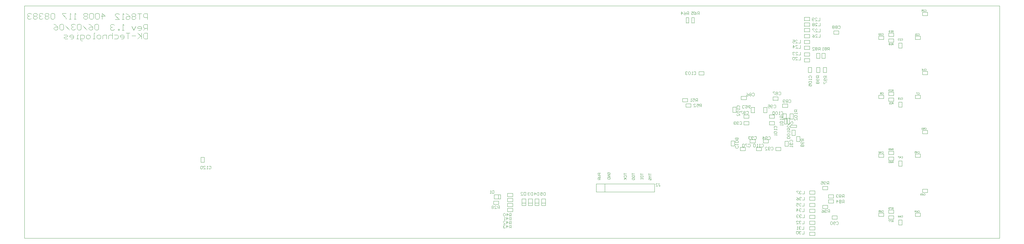
<source format=gbo>
*%FSLAX23Y23*%
*%MOIN*%
G01*
D11*
X4162Y8532D02*
X15879D01*
Y5737D02*
X4162D01*
X15879D02*
Y8532D01*
X4162D02*
Y5737D01*
D12*
X14983Y8480D02*
X14986Y8483D01*
X14993D01*
X14996Y8480D01*
Y8466D01*
X14993Y8463D01*
X14986D01*
X14983Y8466D01*
X14976Y8463D02*
X14963D01*
X14976D02*
X14963Y8476D01*
Y8480D01*
X14966Y8483D01*
X14973D01*
X14976Y8480D01*
X14956Y8483D02*
X14943D01*
X14956D02*
Y8473D01*
X14949Y8476D01*
X14946D01*
X14943Y8473D01*
Y8466D01*
X14946Y8463D01*
X14953D01*
X14956Y8466D01*
X14701Y8138D02*
X14698Y8135D01*
X14701Y8138D02*
X14708D01*
X14711Y8135D01*
Y8121D01*
X14708Y8118D01*
X14701D01*
X14698Y8121D01*
X14691Y8118D02*
X14678D01*
X14691D02*
X14678Y8131D01*
Y8135D01*
X14681Y8138D01*
X14688D01*
X14691Y8135D01*
X14671D02*
X14668Y8138D01*
X14661D01*
X14658Y8135D01*
Y8131D01*
X14659D01*
X14658D02*
X14659D01*
X14658D02*
X14659D01*
X14658D02*
X14661Y8128D01*
X14664D01*
X14661D01*
X14658Y8125D01*
Y8121D01*
X14661Y8118D01*
X14668D01*
X14671Y8121D01*
X14898Y8195D02*
X14901Y8198D01*
X14908D01*
X14911Y8195D01*
Y8181D01*
X14908Y8178D01*
X14901D01*
X14898Y8181D01*
X14891Y8178D02*
X14878D01*
X14891D02*
X14878Y8191D01*
Y8195D01*
X14881Y8198D01*
X14888D01*
X14891Y8195D01*
X14871Y8178D02*
X14864D01*
X14868D01*
Y8198D01*
X14869D01*
X14868D02*
X14871Y8195D01*
X14901Y7488D02*
X14898Y7485D01*
X14901Y7488D02*
X14908D01*
X14911Y7485D01*
Y7471D01*
X14908Y7468D01*
X14901D01*
X14898Y7471D01*
X14891Y7488D02*
X14878D01*
Y7485D01*
X14891Y7471D01*
Y7468D01*
X14701Y7428D02*
X14698Y7425D01*
X14701Y7428D02*
X14708D01*
X14711Y7425D01*
Y7411D01*
X14708Y7408D01*
X14701D01*
X14698Y7411D01*
X14691Y7408D02*
X14684D01*
X14688D01*
Y7428D01*
X14689D01*
X14688D02*
X14691Y7425D01*
X14674Y7428D02*
X14661D01*
X14674D02*
Y7418D01*
X14668Y7421D01*
X14664D01*
X14661Y7418D01*
Y7411D01*
X14664Y7408D01*
X14671D01*
X14674Y7411D01*
X14983Y7770D02*
X14986Y7773D01*
X14993D01*
X14996Y7770D01*
Y7756D01*
X14993Y7753D01*
X14986D01*
X14983Y7756D01*
X14976Y7753D02*
X14969D01*
X14973D01*
Y7773D01*
X14974D01*
X14973D02*
X14976Y7770D01*
X14953D02*
X14946Y7773D01*
X14953Y7770D02*
X14959Y7763D01*
Y7756D01*
X14956Y7753D01*
X14949D01*
X14946Y7756D01*
Y7760D01*
X14949Y7763D01*
X14959D01*
X14986Y7065D02*
X14983Y7062D01*
X14986Y7065D02*
X14993D01*
X14996Y7062D01*
Y7048D01*
X14993Y7045D01*
X14986D01*
X14983Y7048D01*
X14976Y7065D02*
X14963D01*
X14976D02*
Y7055D01*
X14969Y7058D01*
X14966D01*
X14963Y7055D01*
Y7048D01*
X14966Y7045D01*
X14973D01*
X14976Y7048D01*
X14956Y7062D02*
X14953Y7065D01*
X14946D01*
X14943Y7062D01*
Y7048D01*
X14946Y7045D01*
X14953D01*
X14956Y7048D01*
Y7062D01*
X14901Y6780D02*
X14898Y6777D01*
X14901Y6780D02*
X14908D01*
X14911Y6777D01*
Y6763D01*
X14908Y6760D01*
X14901D01*
X14898Y6763D01*
X14881Y6760D02*
Y6780D01*
X14891Y6770D01*
X14878D01*
X14871Y6780D02*
X14858D01*
X14871D02*
Y6770D01*
X14864Y6773D01*
X14861D01*
X14858Y6770D01*
Y6763D01*
X14861Y6760D01*
X14868D01*
X14871Y6763D01*
X14701Y6720D02*
X14698Y6717D01*
X14701Y6720D02*
X14708D01*
X14711Y6717D01*
Y6703D01*
X14708Y6700D01*
X14701D01*
X14698Y6703D01*
X14681Y6700D02*
Y6720D01*
X14691Y6710D01*
X14678D01*
X14671Y6720D02*
X14658D01*
Y6717D01*
X14671Y6703D01*
Y6700D01*
X14901Y6071D02*
X14898Y6068D01*
X14901Y6071D02*
X14908D01*
X14911Y6068D01*
Y6054D01*
X14908Y6051D01*
X14901D01*
X14898Y6054D01*
X14884Y6068D02*
X14878Y6071D01*
X14884Y6068D02*
X14891Y6061D01*
Y6054D01*
X14888Y6051D01*
X14881D01*
X14878Y6054D01*
Y6058D01*
X14881Y6061D01*
X14891D01*
X14861Y6071D02*
Y6051D01*
X14871Y6061D02*
X14861Y6071D01*
X14858Y6061D02*
X14871D01*
X14701Y6011D02*
X14698Y6008D01*
X14701Y6011D02*
X14708D01*
X14711Y6008D01*
Y5994D01*
X14708Y5991D01*
X14701D01*
X14698Y5994D01*
X14684Y6008D02*
X14678Y6011D01*
X14684Y6008D02*
X14691Y6001D01*
Y5994D01*
X14688Y5991D01*
X14681D01*
X14678Y5994D01*
Y5998D01*
X14681Y6001D01*
X14691D01*
X14664Y6008D02*
X14658Y6011D01*
X14664Y6008D02*
X14671Y6001D01*
Y5994D01*
X14668Y5991D01*
X14661D01*
X14658Y5994D01*
Y5998D01*
X14661Y6001D01*
X14671D01*
X14969Y6272D02*
X14972Y6275D01*
X14979D01*
X14982Y6272D01*
Y6258D01*
X14979Y6255D01*
X14972D01*
X14969Y6258D01*
X14955Y6272D02*
X14949Y6275D01*
X14955Y6272D02*
X14962Y6265D01*
Y6258D01*
X14959Y6255D01*
X14952D01*
X14949Y6258D01*
Y6262D01*
X14952Y6265D01*
X14962D01*
X14942Y6258D02*
X14939Y6255D01*
X14932D01*
X14929Y6258D01*
Y6272D01*
X14932Y6275D01*
X14939D01*
X14942Y6272D01*
Y6268D01*
X14939Y6265D01*
X14929D01*
X14600Y8214D02*
Y8234D01*
X14590D01*
X14587Y8231D01*
Y8224D01*
X14590Y8221D01*
X14600D01*
X14593D02*
X14587Y8214D01*
X14580D02*
X14573D01*
X14577D01*
Y8234D01*
X14578D01*
X14577D02*
X14580Y8231D01*
X14563Y8217D02*
X14560Y8214D01*
X14553D01*
X14550Y8217D01*
Y8231D01*
X14553Y8234D01*
X14560D01*
X14563Y8231D01*
Y8227D01*
X14560Y8224D01*
X14550D01*
X14470Y8199D02*
X14467Y8196D01*
X14470Y8199D02*
X14477D01*
X14480Y8196D01*
Y8182D01*
X14477Y8179D01*
X14470D01*
X14467Y8182D01*
X14460Y8179D02*
X14447D01*
X14460D02*
X14447Y8192D01*
Y8196D01*
X14450Y8199D01*
X14457D01*
X14460Y8196D01*
X14440Y8179D02*
X14427D01*
X14440D02*
X14427Y8192D01*
Y8196D01*
X14430Y8199D01*
X14437D01*
X14440Y8196D01*
X14598Y8082D02*
Y8062D01*
Y8082D02*
X14588D01*
X14585Y8079D01*
Y8072D01*
X14588Y8069D01*
X14598D01*
X14591D02*
X14585Y8062D01*
X14578D02*
X14571D01*
X14575D01*
Y8082D01*
X14576D01*
X14575D02*
X14578Y8079D01*
X14561D02*
X14558Y8082D01*
X14551D01*
X14548Y8079D01*
Y8075D01*
X14551Y8072D01*
X14548Y8069D01*
Y8065D01*
X14551Y8062D01*
X14558D01*
X14561Y8065D01*
Y8069D01*
X14558Y8072D01*
X14561Y8075D01*
Y8079D01*
X14558Y8072D02*
X14551D01*
X14598Y7372D02*
Y7352D01*
Y7372D02*
X14588D01*
X14585Y7369D01*
Y7362D01*
X14588Y7359D01*
X14598D01*
X14591D02*
X14585Y7352D01*
X14578D02*
X14565D01*
X14578D02*
X14565Y7365D01*
Y7369D01*
X14568Y7372D01*
X14575D01*
X14578Y7369D01*
X14558Y7352D02*
X14551D01*
X14555D01*
Y7372D01*
X14556D01*
X14555D02*
X14558Y7369D01*
X14467Y7486D02*
X14470Y7489D01*
X14477D01*
X14480Y7486D01*
Y7472D01*
X14477Y7469D01*
X14470D01*
X14467Y7472D01*
X14460Y7486D02*
X14457Y7489D01*
X14450D01*
X14447Y7486D01*
Y7482D01*
X14450Y7479D01*
X14447Y7476D01*
Y7472D01*
X14450Y7469D01*
X14457D01*
X14460Y7472D01*
Y7476D01*
X14457Y7479D01*
X14460Y7482D01*
Y7486D01*
X14457Y7479D02*
X14450D01*
X14600Y7504D02*
Y7524D01*
X14590D01*
X14587Y7521D01*
Y7514D01*
X14590Y7511D01*
X14600D01*
X14593D02*
X14587Y7504D01*
X14580D02*
X14567D01*
X14580D02*
X14567Y7517D01*
Y7521D01*
X14570Y7524D01*
X14577D01*
X14580Y7521D01*
X14560D02*
X14557Y7524D01*
X14550D01*
X14547Y7521D01*
Y7517D01*
X14548D01*
X14547D02*
X14548D01*
X14547D02*
X14548D01*
X14547D02*
X14550Y7514D01*
X14553D01*
X14550D01*
X14547Y7511D01*
Y7507D01*
X14550Y7504D01*
X14557D01*
X14560Y7507D01*
X14598Y6664D02*
Y6644D01*
Y6664D02*
X14588D01*
X14585Y6661D01*
Y6654D01*
X14588Y6651D01*
X14598D01*
X14591D02*
X14585Y6644D01*
X14571Y6661D02*
X14565Y6664D01*
X14571Y6661D02*
X14578Y6654D01*
Y6647D01*
X14575Y6644D01*
X14568D01*
X14565Y6647D01*
Y6651D01*
X14568Y6654D01*
X14578D01*
X14558Y6661D02*
X14555Y6664D01*
X14548D01*
X14545Y6661D01*
Y6647D01*
X14548Y6644D01*
X14555D01*
X14558Y6647D01*
Y6661D01*
X14600Y6796D02*
Y6816D01*
X14590D01*
X14587Y6813D01*
Y6806D01*
X14590Y6803D01*
X14600D01*
X14593D02*
X14587Y6796D01*
X14573Y6813D02*
X14567Y6816D01*
X14573Y6813D02*
X14580Y6806D01*
Y6799D01*
X14577Y6796D01*
X14570D01*
X14567Y6799D01*
Y6803D01*
X14570Y6806D01*
X14580D01*
X14560Y6813D02*
X14557Y6816D01*
X14550D01*
X14547Y6813D01*
Y6809D01*
X14550Y6806D01*
X14547Y6803D01*
Y6799D01*
X14550Y6796D01*
X14557D01*
X14560Y6799D01*
Y6803D01*
X14557Y6806D01*
X14560Y6809D01*
Y6813D01*
X14557Y6806D02*
X14550D01*
X14598Y5955D02*
Y5935D01*
Y5955D02*
X14588D01*
X14585Y5952D01*
Y5945D01*
X14588Y5942D01*
X14598D01*
X14591D02*
X14585Y5935D01*
X14578Y5955D02*
X14565D01*
Y5952D01*
X14578Y5938D01*
Y5935D01*
X14558Y5955D02*
X14545D01*
Y5952D01*
X14558Y5938D01*
Y5935D01*
X14467Y6069D02*
X14470Y6072D01*
X14477D01*
X14480Y6069D01*
Y6055D01*
X14477Y6052D01*
X14470D01*
X14467Y6055D01*
X14453Y6069D02*
X14447Y6072D01*
X14453Y6069D02*
X14460Y6062D01*
Y6055D01*
X14457Y6052D01*
X14450D01*
X14447Y6055D01*
Y6059D01*
X14450Y6062D01*
X14460D01*
X14440Y6072D02*
X14427D01*
X14440D02*
Y6062D01*
X14433Y6065D01*
X14430D01*
X14427Y6062D01*
Y6055D01*
X14430Y6052D01*
X14437D01*
X14440Y6055D01*
X14600Y6087D02*
Y6107D01*
X14590D01*
X14587Y6104D01*
Y6097D01*
X14590Y6094D01*
X14600D01*
X14593D02*
X14587Y6087D01*
X14580Y6107D02*
X14567D01*
Y6104D01*
X14580Y6090D01*
Y6087D01*
X14560Y6090D02*
X14557Y6087D01*
X14550D01*
X14547Y6090D01*
Y6104D01*
X14550Y6107D01*
X14557D01*
X14560Y6104D01*
Y6100D01*
X14557Y6097D01*
X14547D01*
X14467Y6778D02*
X14470Y6781D01*
X14477D01*
X14480Y6778D01*
Y6764D01*
X14477Y6761D01*
X14470D01*
X14467Y6764D01*
X14450Y6761D02*
Y6781D01*
X14460Y6771D01*
X14447D01*
X14433Y6778D02*
X14427Y6781D01*
X14433Y6778D02*
X14440Y6771D01*
Y6764D01*
X14437Y6761D01*
X14430D01*
X14427Y6764D01*
Y6768D01*
X14430Y6771D01*
X14440D01*
D15*
X13400Y7125D02*
X13382Y7143D01*
X13324Y7085D02*
X13342Y7067D01*
X13351Y7112D02*
X13356Y7117D01*
X13381Y7142D02*
X13382Y7143D01*
X13381Y7142D02*
X13324Y7085D01*
X13342Y7067D02*
X13347Y7072D01*
X13400Y7125D01*
X13330Y7112D02*
Y7179D01*
X13356D02*
Y7117D01*
X13318Y7112D02*
Y7181D01*
X13291D02*
Y7112D01*
X13364Y7089D02*
Y7072D01*
X13439D02*
Y7098D01*
X13351Y7112D02*
X13330D01*
X13318D02*
X13291D01*
X13299Y7181D02*
X13318D01*
X13312D02*
X13291D01*
X13364Y7072D02*
X13439D01*
Y7098D02*
X13375D01*
X13337Y7179D02*
X13330D01*
X13333D02*
X13356D01*
X13412Y7279D02*
X13447D01*
X13412D02*
Y7262D01*
X13418Y7256D01*
X13430D01*
X13435Y7262D01*
Y7279D01*
Y7267D02*
X13447Y7256D01*
Y7244D02*
Y7232D01*
Y7238D01*
X13412D01*
X13413D01*
X13412D02*
X13418Y7244D01*
Y7215D02*
X13412Y7209D01*
Y7197D01*
X13418Y7192D01*
X13441D01*
X13447Y7197D01*
Y7209D01*
X13441Y7215D01*
X13418D01*
X13447Y7180D02*
Y7157D01*
Y7180D02*
X13424Y7157D01*
X13418D01*
X13412Y7162D01*
Y7174D01*
X13418Y7180D01*
X13720Y8351D02*
Y8386D01*
Y8351D02*
X13697D01*
X13685D02*
X13662D01*
X13685D02*
X13662Y8374D01*
Y8380D01*
X13668Y8386D01*
X13679D01*
X13685Y8380D01*
X13650Y8357D02*
X13644Y8351D01*
X13633D01*
X13627Y8357D01*
Y8380D01*
X13633Y8386D01*
X13644D01*
X13650Y8380D01*
Y8374D01*
X13644Y8368D01*
X13627D01*
X13722Y8324D02*
Y8289D01*
X13699D01*
X13687D02*
X13664D01*
X13687D02*
X13664Y8312D01*
Y8318D01*
X13670Y8324D01*
X13681D01*
X13687Y8318D01*
X13652D02*
X13646Y8324D01*
X13635D01*
X13629Y8318D01*
Y8312D01*
X13635Y8306D01*
X13629Y8301D01*
Y8295D01*
X13635Y8289D01*
X13646D01*
X13652Y8295D01*
Y8301D01*
X13646Y8306D01*
X13652Y8312D01*
Y8318D01*
X13646Y8306D02*
X13635D01*
X13723Y8253D02*
Y8218D01*
X13700D01*
X13688D02*
X13665D01*
X13688D02*
X13665Y8241D01*
Y8247D01*
X13671Y8253D01*
X13682D01*
X13688Y8247D01*
X13653Y8253D02*
X13630D01*
Y8247D01*
X13653Y8224D01*
Y8218D01*
X13724Y8188D02*
Y8153D01*
X13701D01*
X13689D02*
X13666D01*
X13689D02*
X13666Y8176D01*
Y8182D01*
X13672Y8188D01*
X13683D01*
X13689Y8182D01*
X13642D02*
X13631Y8188D01*
X13642Y8182D02*
X13654Y8170D01*
Y8159D01*
X13648Y8153D01*
X13637D01*
X13631Y8159D01*
Y8165D01*
X13637Y8170D01*
X13654D01*
X13486Y8056D02*
Y8021D01*
X13463D01*
X13451D02*
X13428D01*
X13451D02*
X13428Y8044D01*
Y8050D01*
X13434Y8056D01*
X13445D01*
X13451Y8050D01*
X13399Y8056D02*
Y8021D01*
X13416Y8038D02*
X13399Y8056D01*
X13393Y8038D02*
X13416D01*
X13485Y8084D02*
Y8119D01*
Y8084D02*
X13462D01*
X13450D02*
X13427D01*
X13450D02*
X13427Y8107D01*
Y8113D01*
X13433Y8119D01*
X13444D01*
X13450Y8113D01*
X13415Y8119D02*
X13392D01*
X13415D02*
Y8101D01*
X13403Y8107D01*
X13398D01*
X13392Y8101D01*
Y8090D01*
X13398Y8084D01*
X13409D01*
X13415Y8090D01*
X13485Y7915D02*
Y7880D01*
X13462D01*
X13450D02*
X13427D01*
X13450D02*
X13427Y7903D01*
Y7909D01*
X13433Y7915D01*
X13444D01*
X13450Y7909D01*
X13415D02*
X13409Y7915D01*
X13398D01*
X13392Y7909D01*
Y7886D01*
X13398Y7880D01*
X13409D01*
X13415Y7886D01*
Y7909D01*
X13105Y6960D02*
X13099Y6954D01*
X13105Y6960D02*
X13116D01*
X13122Y6954D01*
Y6931D01*
X13116Y6925D01*
X13105D01*
X13099Y6931D01*
X13087D02*
X13081Y6925D01*
X13070D01*
X13064Y6931D01*
Y6954D01*
X13070Y6960D01*
X13081D01*
X13087Y6954D01*
Y6948D01*
X13081Y6942D01*
X13064D01*
X13035Y6925D02*
Y6960D01*
X13052Y6942D01*
X13029D01*
X13165Y7333D02*
X13171Y7339D01*
X13182D01*
X13188Y7333D01*
Y7310D01*
X13182Y7304D01*
X13171D01*
X13165Y7310D01*
X13153D02*
X13147Y7304D01*
X13136D01*
X13130Y7310D01*
Y7333D01*
X13136Y7339D01*
X13147D01*
X13153Y7333D01*
Y7327D01*
X13147Y7321D01*
X13130D01*
X13118Y7339D02*
X13095D01*
X13118D02*
Y7321D01*
X13106Y7327D01*
X13101D01*
X13095Y7321D01*
Y7310D01*
X13101Y7304D01*
X13112D01*
X13118Y7310D01*
X13250Y7253D02*
X13256Y7259D01*
X13267D01*
X13273Y7253D01*
Y7230D01*
X13267Y7224D01*
X13256D01*
X13250Y7230D01*
X13238Y7224D02*
X13226D01*
X13232D01*
Y7259D01*
X13233D01*
X13232D02*
X13238Y7253D01*
X13209D02*
X13203Y7259D01*
X13191D01*
X13186Y7253D01*
Y7230D01*
X13191Y7224D01*
X13203D01*
X13209Y7230D01*
Y7253D01*
X13174D02*
X13168Y7259D01*
X13156D01*
X13151Y7253D01*
Y7230D01*
X13156Y7224D01*
X13168D01*
X13174Y7230D01*
Y7253D01*
X13168Y7067D02*
X13174Y7061D01*
X13168Y7067D02*
Y7078D01*
X13174Y7084D01*
X13197D01*
X13203Y7078D01*
Y7067D01*
X13197Y7061D01*
X13203Y7049D02*
Y7037D01*
Y7043D01*
X13168D01*
X13169D01*
X13168D02*
X13174Y7049D01*
Y7020D02*
X13168Y7014D01*
Y7002D01*
X13174Y6997D01*
X13197D01*
X13203Y7002D01*
Y7014D01*
X13197Y7020D01*
X13174D01*
X13203Y6985D02*
Y6973D01*
Y6979D01*
X13168D01*
X13169D01*
X13168D02*
X13174Y6985D01*
X13591Y7666D02*
X13585Y7672D01*
Y7683D01*
X13591Y7689D01*
X13614D01*
X13620Y7683D01*
Y7672D01*
X13614Y7666D01*
X13620Y7654D02*
Y7642D01*
Y7648D01*
X13585D01*
X13586D01*
X13585D02*
X13591Y7654D01*
Y7625D02*
X13585Y7619D01*
Y7607D01*
X13591Y7602D01*
X13614D01*
X13620Y7607D01*
Y7619D01*
X13614Y7625D01*
X13591D01*
X13585Y7590D02*
Y7567D01*
Y7590D02*
X13603D01*
X13597Y7578D01*
Y7572D01*
X13603Y7567D01*
X13614D01*
X13620Y7572D01*
Y7584D01*
X13614Y7590D01*
X13356Y6900D02*
X13362Y6894D01*
X13356Y6900D02*
Y6911D01*
X13362Y6917D01*
X13385D01*
X13391Y6911D01*
Y6900D01*
X13385Y6894D01*
Y6882D02*
X13391Y6876D01*
Y6865D01*
X13385Y6859D01*
X13362D01*
X13356Y6865D01*
Y6876D01*
X13362Y6882D01*
X13368D01*
X13374Y6876D01*
Y6859D01*
X13391Y6847D02*
Y6835D01*
Y6841D01*
X13356D01*
X13357D01*
X13356D02*
X13362Y6847D01*
X13225Y7491D02*
X13231Y7497D01*
X13242D01*
X13248Y7491D01*
Y7468D01*
X13242Y7462D01*
X13231D01*
X13225Y7468D01*
X13213Y7491D02*
X13207Y7497D01*
X13196D01*
X13190Y7491D01*
Y7485D01*
X13196Y7479D01*
X13190Y7474D01*
Y7468D01*
X13196Y7462D01*
X13207D01*
X13213Y7468D01*
Y7474D01*
X13207Y7479D01*
X13213Y7485D01*
Y7491D01*
X13207Y7479D02*
X13196D01*
X13178Y7497D02*
X13155D01*
Y7491D01*
X13178Y7468D01*
Y7462D01*
X13940Y8286D02*
X13946Y8292D01*
X13957D01*
X13963Y8286D01*
Y8263D01*
X13957Y8257D01*
X13946D01*
X13940Y8263D01*
X13928Y8286D02*
X13922Y8292D01*
X13911D01*
X13905Y8286D01*
Y8280D01*
X13911Y8274D01*
X13905Y8269D01*
Y8263D01*
X13911Y8257D01*
X13922D01*
X13928Y8263D01*
Y8269D01*
X13922Y8274D01*
X13928Y8280D01*
Y8286D01*
X13922Y8274D02*
X13911D01*
X13893Y8286D02*
X13887Y8292D01*
X13876D01*
X13870Y8286D01*
Y8280D01*
X13876Y8274D01*
X13870Y8269D01*
Y8263D01*
X13876Y8257D01*
X13887D01*
X13893Y8263D01*
Y8269D01*
X13887Y8274D01*
X13893Y8280D01*
Y8286D01*
X13887Y8274D02*
X13876D01*
X13486Y7975D02*
Y7940D01*
X13463D01*
X13451D02*
X13428D01*
X13451D02*
X13428Y7963D01*
Y7969D01*
X13434Y7975D01*
X13445D01*
X13451Y7969D01*
X13416D02*
X13410Y7975D01*
X13399D01*
X13393Y7969D01*
Y7963D01*
X13394D01*
X13393D02*
X13394D01*
X13393D02*
X13394D01*
X13393D02*
X13399Y7957D01*
X13404D01*
X13399D01*
X13393Y7952D01*
Y7946D01*
X13399Y7940D01*
X13410D01*
X13416Y7946D01*
X13766Y7688D02*
X13801D01*
X13766D02*
Y7671D01*
X13772Y7665D01*
X13784D01*
X13789Y7671D01*
Y7688D01*
Y7676D02*
X13801Y7665D01*
X13795Y7653D02*
X13801Y7647D01*
Y7636D01*
X13795Y7630D01*
X13772D01*
X13766Y7636D01*
Y7647D01*
X13772Y7653D01*
X13778D01*
X13784Y7647D01*
Y7630D01*
X13766Y7618D02*
Y7595D01*
X13772D01*
X13795Y7618D01*
X13801D01*
X13353Y7403D02*
X13347Y7397D01*
X13353Y7403D02*
X13364D01*
X13370Y7397D01*
Y7374D01*
X13364Y7368D01*
X13353D01*
X13347Y7374D01*
X13335Y7397D02*
X13329Y7403D01*
X13318D01*
X13312Y7397D01*
Y7391D01*
X13318Y7385D01*
X13312Y7380D01*
Y7374D01*
X13318Y7368D01*
X13329D01*
X13335Y7374D01*
Y7380D01*
X13329Y7385D01*
X13335Y7391D01*
Y7397D01*
X13329Y7385D02*
X13318D01*
X13300Y7374D02*
X13294Y7368D01*
X13283D01*
X13277Y7374D01*
Y7397D01*
X13283Y7403D01*
X13294D01*
X13300Y7397D01*
Y7391D01*
X13294Y7385D01*
X13277D01*
X13275Y7206D02*
X13240D01*
Y7189D01*
X13246Y7183D01*
X13258D01*
X13263Y7189D01*
Y7206D01*
Y7194D02*
X13275Y7183D01*
Y7171D02*
Y7159D01*
Y7165D01*
X13240D01*
X13241D01*
X13240D02*
X13246Y7171D01*
Y7142D02*
X13240Y7136D01*
Y7124D01*
X13246Y7119D01*
X13269D01*
X13275Y7124D01*
Y7136D01*
X13269Y7142D01*
X13246D01*
X13275Y7107D02*
Y7095D01*
Y7101D01*
X13240D01*
X13241D01*
X13240D02*
X13246Y7107D01*
X13675Y7689D02*
X13710D01*
X13675D02*
Y7672D01*
X13681Y7666D01*
X13693D01*
X13698Y7672D01*
Y7689D01*
Y7677D02*
X13710Y7666D01*
X13704Y7654D02*
X13710Y7648D01*
Y7637D01*
X13704Y7631D01*
X13681D01*
X13675Y7637D01*
Y7648D01*
X13681Y7654D01*
X13687D01*
X13693Y7648D01*
Y7631D01*
X13681Y7619D02*
X13675Y7613D01*
Y7602D01*
X13681Y7596D01*
X13687D01*
X13693Y7602D01*
X13698Y7596D01*
X13704D01*
X13710Y7602D01*
Y7613D01*
X13704Y7619D01*
X13698D01*
X13693Y7613D01*
X13687Y7619D01*
X13681D01*
X13693Y7613D02*
Y7602D01*
X13833Y7997D02*
Y8032D01*
X13816D01*
X13810Y8026D01*
Y8014D01*
X13816Y8009D01*
X13833D01*
X13821D02*
X13810Y7997D01*
X13798Y8026D02*
X13792Y8032D01*
X13781D01*
X13775Y8026D01*
Y8020D01*
X13781Y8014D01*
X13775Y8009D01*
Y8003D01*
X13781Y7997D01*
X13792D01*
X13798Y8003D01*
Y8009D01*
X13792Y8014D01*
X13798Y8020D01*
Y8026D01*
X13792Y8014D02*
X13781D01*
X13763Y7997D02*
X13751D01*
X13757D01*
Y8032D01*
X13758D01*
X13757D02*
X13763Y8026D01*
X13721Y8032D02*
Y7997D01*
Y8032D02*
X13704D01*
X13698Y8026D01*
Y8014D01*
X13704Y8009D01*
X13721D01*
X13709D02*
X13698Y7997D01*
X13686Y8026D02*
X13680Y8032D01*
X13669D01*
X13663Y8026D01*
Y8020D01*
X13669Y8014D01*
X13663Y8009D01*
Y8003D01*
X13669Y7997D01*
X13680D01*
X13686Y8003D01*
Y8009D01*
X13680Y8014D01*
X13686Y8020D01*
Y8026D01*
X13680Y8014D02*
X13669D01*
X13651Y7997D02*
X13628D01*
X13651D02*
X13628Y8020D01*
Y8026D01*
X13634Y8032D01*
X13645D01*
X13651Y8026D01*
X13360Y7058D02*
X13325D01*
Y7041D01*
X13331Y7035D01*
X13343D01*
X13348Y7041D01*
Y7058D01*
Y7046D02*
X13360Y7035D01*
Y7023D02*
Y7011D01*
Y7017D01*
X13325D01*
X13326D01*
X13325D02*
X13331Y7023D01*
Y6994D02*
X13325Y6988D01*
Y6976D01*
X13331Y6971D01*
X13354D01*
X13360Y6976D01*
Y6988D01*
X13354Y6994D01*
X13331D01*
Y6959D02*
X13325Y6953D01*
Y6941D01*
X13331Y6936D01*
X13354D01*
X13360Y6941D01*
Y6953D01*
X13354Y6959D01*
X13331D01*
X13490Y6932D02*
X13525D01*
X13490D02*
Y6915D01*
X13496Y6909D01*
X13508D01*
X13513Y6915D01*
Y6932D01*
Y6920D02*
X13525Y6909D01*
X13519Y6897D02*
X13525Y6891D01*
Y6880D01*
X13519Y6874D01*
X13496D01*
X13490Y6880D01*
Y6891D01*
X13496Y6897D01*
X13502D01*
X13508Y6891D01*
Y6874D01*
X13519Y6862D02*
X13525Y6856D01*
Y6845D01*
X13519Y6839D01*
X13496D01*
X13490Y6845D01*
Y6856D01*
X13496Y6862D01*
X13502D01*
X13508Y6856D01*
Y6839D01*
X13528Y5822D02*
Y5787D01*
X13505D01*
X13493Y5816D02*
X13487Y5822D01*
X13476D01*
X13470Y5816D01*
Y5810D01*
X13471D01*
X13470D02*
X13471D01*
X13470D02*
X13471D01*
X13470D02*
X13476Y5804D01*
X13481D01*
X13476D01*
X13470Y5799D01*
Y5793D01*
X13476Y5787D01*
X13487D01*
X13493Y5793D01*
X13458Y5816D02*
X13452Y5822D01*
X13441D01*
X13435Y5816D01*
Y5793D01*
X13441Y5787D01*
X13452D01*
X13458Y5793D01*
Y5816D01*
X13526Y5843D02*
Y5878D01*
Y5843D02*
X13503D01*
X13491Y5872D02*
X13485Y5878D01*
X13474D01*
X13468Y5872D01*
Y5866D01*
X13469D01*
X13468D02*
X13469D01*
X13468D02*
X13469D01*
X13468D02*
X13474Y5860D01*
X13479D01*
X13474D01*
X13468Y5855D01*
Y5849D01*
X13474Y5843D01*
X13485D01*
X13491Y5849D01*
X13456Y5843D02*
X13444D01*
X13450D01*
Y5878D01*
X13451D01*
X13450D02*
X13456Y5872D01*
X13528Y5910D02*
Y5945D01*
Y5910D02*
X13505D01*
X13493Y5939D02*
X13487Y5945D01*
X13476D01*
X13470Y5939D01*
Y5933D01*
X13471D01*
X13470D02*
X13471D01*
X13470D02*
X13471D01*
X13470D02*
X13476Y5927D01*
X13481D01*
X13476D01*
X13470Y5922D01*
Y5916D01*
X13476Y5910D01*
X13487D01*
X13493Y5916D01*
X13458Y5910D02*
X13435D01*
X13458D02*
X13435Y5933D01*
Y5939D01*
X13441Y5945D01*
X13452D01*
X13458Y5939D01*
X13532Y5985D02*
Y6020D01*
Y5985D02*
X13509D01*
X13497Y6014D02*
X13491Y6020D01*
X13480D01*
X13474Y6014D01*
Y6008D01*
X13475D01*
X13474D02*
X13475D01*
X13474D02*
X13475D01*
X13474D02*
X13480Y6002D01*
X13485D01*
X13480D01*
X13474Y5997D01*
Y5991D01*
X13480Y5985D01*
X13491D01*
X13497Y5991D01*
X13462Y6014D02*
X13456Y6020D01*
X13445D01*
X13439Y6014D01*
Y6008D01*
X13440D01*
X13439D02*
X13440D01*
X13439D02*
X13440D01*
X13439D02*
X13445Y6002D01*
X13450D01*
X13445D01*
X13439Y5997D01*
Y5991D01*
X13445Y5985D01*
X13456D01*
X13462Y5991D01*
X13530Y6058D02*
Y6093D01*
Y6058D02*
X13507D01*
X13495Y6087D02*
X13489Y6093D01*
X13478D01*
X13472Y6087D01*
Y6081D01*
X13473D01*
X13472D02*
X13473D01*
X13472D02*
X13473D01*
X13472D02*
X13478Y6075D01*
X13483D01*
X13478D01*
X13472Y6070D01*
Y6064D01*
X13478Y6058D01*
X13489D01*
X13495Y6064D01*
X13443Y6058D02*
Y6093D01*
X13460Y6075D01*
X13437D01*
X13530Y6123D02*
Y6158D01*
Y6123D02*
X13507D01*
X13495Y6152D02*
X13489Y6158D01*
X13478D01*
X13472Y6152D01*
Y6146D01*
X13473D01*
X13472D02*
X13473D01*
X13472D02*
X13473D01*
X13472D02*
X13478Y6140D01*
X13483D01*
X13478D01*
X13472Y6135D01*
Y6129D01*
X13478Y6123D01*
X13489D01*
X13495Y6129D01*
X13460Y6158D02*
X13437D01*
X13460D02*
Y6140D01*
X13448Y6146D01*
X13443D01*
X13437Y6140D01*
Y6129D01*
X13443Y6123D01*
X13454D01*
X13460Y6129D01*
X13532Y6196D02*
Y6231D01*
Y6196D02*
X13509D01*
X13497Y6225D02*
X13491Y6231D01*
X13480D01*
X13474Y6225D01*
Y6219D01*
X13475D01*
X13474D02*
X13475D01*
X13474D02*
X13475D01*
X13474D02*
X13480Y6213D01*
X13485D01*
X13480D01*
X13474Y6208D01*
Y6202D01*
X13480Y6196D01*
X13491D01*
X13497Y6202D01*
X13450Y6225D02*
X13439Y6231D01*
X13450Y6225D02*
X13462Y6213D01*
Y6202D01*
X13456Y6196D01*
X13445D01*
X13439Y6202D01*
Y6208D01*
X13445Y6213D01*
X13462D01*
X13531Y6269D02*
Y6304D01*
Y6269D02*
X13508D01*
X13496Y6298D02*
X13490Y6304D01*
X13479D01*
X13473Y6298D01*
Y6292D01*
X13474D01*
X13473D02*
X13474D01*
X13473D02*
X13474D01*
X13473D02*
X13479Y6286D01*
X13484D01*
X13479D01*
X13473Y6281D01*
Y6275D01*
X13479Y6269D01*
X13490D01*
X13496Y6275D01*
X13461Y6304D02*
X13438D01*
Y6298D01*
X13461Y6275D01*
Y6269D01*
X13133Y6827D02*
X13139Y6833D01*
X13150D01*
X13156Y6827D01*
Y6804D01*
X13150Y6798D01*
X13139D01*
X13133Y6804D01*
X13121D02*
X13115Y6798D01*
X13104D01*
X13098Y6804D01*
Y6827D01*
X13104Y6833D01*
X13115D01*
X13121Y6827D01*
Y6821D01*
X13115Y6815D01*
X13098D01*
X13086Y6798D02*
X13063D01*
X13086D02*
X13063Y6821D01*
Y6827D01*
X13069Y6833D01*
X13080D01*
X13086Y6827D01*
X13923Y5937D02*
X13917Y5931D01*
X13923Y5937D02*
X13934D01*
X13940Y5931D01*
Y5908D01*
X13934Y5902D01*
X13923D01*
X13917Y5908D01*
X13905D02*
X13899Y5902D01*
X13888D01*
X13882Y5908D01*
Y5931D01*
X13888Y5937D01*
X13899D01*
X13905Y5931D01*
Y5925D01*
X13899Y5919D01*
X13882D01*
X13870Y5931D02*
X13864Y5937D01*
X13853D01*
X13847Y5931D01*
Y5908D01*
X13853Y5902D01*
X13864D01*
X13870Y5908D01*
Y5931D01*
X14009Y6162D02*
Y6197D01*
X13992D01*
X13986Y6191D01*
Y6179D01*
X13992Y6174D01*
X14009D01*
X13997D02*
X13986Y6162D01*
X13974Y6191D02*
X13968Y6197D01*
X13957D01*
X13951Y6191D01*
Y6185D01*
X13957Y6179D01*
X13951Y6174D01*
Y6168D01*
X13957Y6162D01*
X13968D01*
X13974Y6168D01*
Y6174D01*
X13968Y6179D01*
X13974Y6185D01*
Y6191D01*
X13968Y6179D02*
X13957D01*
X13922Y6162D02*
Y6197D01*
X13939Y6179D01*
X13916D01*
X14008Y6228D02*
Y6263D01*
X13991D01*
X13985Y6257D01*
Y6245D01*
X13991Y6240D01*
X14008D01*
X13996D02*
X13985Y6228D01*
X13973Y6257D02*
X13967Y6263D01*
X13956D01*
X13950Y6257D01*
Y6251D01*
X13956Y6245D01*
X13950Y6240D01*
Y6234D01*
X13956Y6228D01*
X13967D01*
X13973Y6234D01*
Y6240D01*
X13967Y6245D01*
X13973Y6251D01*
Y6257D01*
X13967Y6245D02*
X13956D01*
X13938Y6257D02*
X13932Y6263D01*
X13921D01*
X13915Y6257D01*
Y6251D01*
X13916D01*
X13915D02*
X13916D01*
X13915D02*
X13916D01*
X13915D02*
X13921Y6245D01*
X13926D01*
X13921D01*
X13915Y6240D01*
Y6234D01*
X13921Y6228D01*
X13932D01*
X13938Y6234D01*
X13835Y6081D02*
Y6046D01*
Y6081D02*
X13818D01*
X13812Y6075D01*
Y6063D01*
X13818Y6058D01*
X13835D01*
X13823D02*
X13812Y6046D01*
X13800Y6052D02*
X13794Y6046D01*
X13783D01*
X13777Y6052D01*
Y6075D01*
X13783Y6081D01*
X13794D01*
X13800Y6075D01*
Y6069D01*
X13794Y6063D01*
X13777D01*
X13753Y6075D02*
X13742Y6081D01*
X13753Y6075D02*
X13765Y6063D01*
Y6052D01*
X13759Y6046D01*
X13748D01*
X13742Y6052D01*
Y6058D01*
X13748Y6063D01*
X13765D01*
X13825Y6384D02*
Y6419D01*
X13808D01*
X13802Y6413D01*
Y6401D01*
X13808Y6396D01*
X13825D01*
X13813D02*
X13802Y6384D01*
X13790Y6390D02*
X13784Y6384D01*
X13773D01*
X13767Y6390D01*
Y6413D01*
X13773Y6419D01*
X13784D01*
X13790Y6413D01*
Y6407D01*
X13784Y6401D01*
X13767D01*
X13755Y6419D02*
X13732D01*
X13755D02*
Y6401D01*
X13743Y6407D01*
X13738D01*
X13732Y6401D01*
Y6390D01*
X13738Y6384D01*
X13749D01*
X13755Y6390D01*
X12268Y8426D02*
Y8461D01*
X12251D01*
X12245Y8455D01*
Y8443D01*
X12251Y8438D01*
X12268D01*
X12256D02*
X12245Y8426D01*
X12221Y8455D02*
X12210Y8461D01*
X12221Y8455D02*
X12233Y8443D01*
Y8432D01*
X12227Y8426D01*
X12216D01*
X12210Y8432D01*
Y8438D01*
X12216Y8443D01*
X12233D01*
X12198Y8461D02*
X12175D01*
X12198D02*
Y8443D01*
X12186Y8449D01*
X12181D01*
X12175Y8443D01*
Y8432D01*
X12181Y8426D01*
X12192D01*
X12198Y8432D01*
X12143Y8424D02*
Y8459D01*
X12126D01*
X12120Y8453D01*
Y8441D01*
X12126Y8436D01*
X12143D01*
X12131D02*
X12120Y8424D01*
X12096Y8453D02*
X12085Y8459D01*
X12096Y8453D02*
X12108Y8441D01*
Y8430D01*
X12102Y8424D01*
X12091D01*
X12085Y8430D01*
Y8436D01*
X12091Y8441D01*
X12108D01*
X12056Y8424D02*
Y8459D01*
X12073Y8441D01*
X12050D01*
X12297Y7352D02*
Y7317D01*
Y7352D02*
X12280D01*
X12274Y7346D01*
Y7334D01*
X12280Y7329D01*
X12297D01*
X12285D02*
X12274Y7317D01*
X12262Y7352D02*
X12239D01*
X12262D02*
Y7334D01*
X12250Y7340D01*
X12245D01*
X12239Y7334D01*
Y7323D01*
X12245Y7317D01*
X12256D01*
X12262Y7323D01*
X12227Y7317D02*
X12204D01*
X12227D02*
X12204Y7340D01*
Y7346D01*
X12210Y7352D01*
X12221D01*
X12227Y7346D01*
X12248Y7381D02*
Y7416D01*
X12231D01*
X12225Y7410D01*
Y7398D01*
X12231Y7393D01*
X12248D01*
X12236D02*
X12225Y7381D01*
X12213Y7416D02*
X12190D01*
X12213D02*
Y7398D01*
X12201Y7404D01*
X12196D01*
X12190Y7398D01*
Y7387D01*
X12196Y7381D01*
X12207D01*
X12213Y7387D01*
X12178Y7381D02*
X12166D01*
X12172D01*
Y7416D01*
X12173D01*
X12172D02*
X12178Y7410D01*
X12908Y7477D02*
X12914Y7483D01*
X12925D01*
X12931Y7477D01*
Y7454D01*
X12925Y7448D01*
X12914D01*
X12908Y7454D01*
X12896Y7477D02*
X12890Y7483D01*
X12879D01*
X12873Y7477D01*
Y7471D01*
X12879Y7465D01*
X12873Y7460D01*
Y7454D01*
X12879Y7448D01*
X12890D01*
X12896Y7454D01*
Y7460D01*
X12890Y7465D01*
X12896Y7471D01*
Y7477D01*
X12890Y7465D02*
X12879D01*
X12849Y7477D02*
X12838Y7483D01*
X12849Y7477D02*
X12861Y7465D01*
Y7454D01*
X12855Y7448D01*
X12844D01*
X12838Y7454D01*
Y7460D01*
X12844Y7465D01*
X12861D01*
X12811Y7306D02*
X12805Y7300D01*
X12794D01*
X12788Y7306D01*
Y7329D01*
X12794Y7335D01*
X12805D01*
X12811Y7329D01*
X12823D02*
X12829Y7335D01*
X12840D01*
X12846Y7329D01*
Y7306D01*
X12840Y7300D01*
X12829D01*
X12823Y7306D01*
Y7312D01*
X12829Y7318D01*
X12846D01*
X12870Y7306D02*
X12881Y7300D01*
X12870Y7306D02*
X12858Y7318D01*
Y7329D01*
X12864Y7335D01*
X12875D01*
X12881Y7329D01*
Y7323D01*
X12875Y7318D01*
X12858D01*
X12842Y7265D02*
X12836Y7259D01*
X12842Y7265D02*
X12853D01*
X12859Y7259D01*
Y7236D01*
X12853Y7230D01*
X12842D01*
X12836Y7236D01*
X12824D02*
X12818Y7230D01*
X12807D01*
X12801Y7236D01*
Y7259D01*
X12807Y7265D01*
X12818D01*
X12824Y7259D01*
Y7253D01*
X12818Y7247D01*
X12801D01*
X12789Y7265D02*
X12766D01*
Y7259D01*
X12789Y7236D01*
Y7230D01*
X12761Y7141D02*
X12755Y7135D01*
X12761Y7141D02*
X12772D01*
X12778Y7135D01*
Y7112D01*
X12772Y7106D01*
X12761D01*
X12755Y7112D01*
X12743D02*
X12737Y7106D01*
X12726D01*
X12720Y7112D01*
Y7135D01*
X12726Y7141D01*
X12737D01*
X12743Y7135D01*
Y7129D01*
X12737Y7123D01*
X12720D01*
X12708Y7112D02*
X12702Y7106D01*
X12691D01*
X12685Y7112D01*
Y7135D01*
X12691Y7141D01*
X12702D01*
X12708Y7135D01*
Y7129D01*
X12702Y7123D01*
X12685D01*
X12727Y7308D02*
X12721Y7314D01*
Y7325D01*
X12727Y7331D01*
X12750D01*
X12756Y7325D01*
Y7314D01*
X12750Y7308D01*
X12756Y7296D02*
Y7284D01*
Y7290D01*
X12721D01*
X12722D01*
X12721D02*
X12727Y7296D01*
Y7267D02*
X12721Y7261D01*
Y7249D01*
X12727Y7244D01*
X12750D01*
X12756Y7249D01*
Y7261D01*
X12750Y7267D01*
X12727D01*
X12756Y7232D02*
Y7209D01*
Y7232D02*
X12733Y7209D01*
X12727D01*
X12721Y7214D01*
Y7226D01*
X12727Y7232D01*
X12938Y6962D02*
X12932Y6956D01*
X12938Y6962D02*
X12949D01*
X12955Y6956D01*
Y6933D01*
X12949Y6927D01*
X12938D01*
X12932Y6933D01*
X12920D02*
X12914Y6927D01*
X12903D01*
X12897Y6933D01*
Y6956D01*
X12903Y6962D01*
X12914D01*
X12920Y6956D01*
Y6950D01*
X12914Y6944D01*
X12897D01*
X12885Y6956D02*
X12879Y6962D01*
X12868D01*
X12862Y6956D01*
Y6950D01*
X12863D01*
X12862D02*
X12863D01*
X12862D02*
X12863D01*
X12862D02*
X12868Y6944D01*
X12873D01*
X12868D01*
X12862Y6939D01*
Y6933D01*
X12868Y6927D01*
X12879D01*
X12885Y6933D01*
X12204Y7733D02*
X12210Y7739D01*
X12221D01*
X12227Y7733D01*
Y7710D01*
X12221Y7704D01*
X12210D01*
X12204Y7710D01*
X12192Y7704D02*
X12180D01*
X12186D01*
Y7739D01*
X12187D01*
X12186D02*
X12192Y7733D01*
X12163D02*
X12157Y7739D01*
X12145D01*
X12140Y7733D01*
Y7710D01*
X12145Y7704D01*
X12157D01*
X12163Y7710D01*
Y7733D01*
X12128D02*
X12122Y7739D01*
X12110D01*
X12105Y7733D01*
Y7727D01*
X12106D01*
X12105D02*
X12106D01*
X12105D02*
X12106D01*
X12105D02*
X12110Y7721D01*
X12116D01*
X12110D01*
X12105Y7716D01*
Y7710D01*
X12110Y7704D01*
X12122D01*
X12128Y7710D01*
X12733Y6845D02*
X12739Y6839D01*
Y6828D01*
X12733Y6822D01*
X12710D01*
X12704Y6828D01*
Y6839D01*
X12710Y6845D01*
X12704Y6857D02*
Y6869D01*
Y6863D01*
X12739D01*
X12740D01*
X12739D02*
X12733Y6857D01*
Y6886D02*
X12739Y6892D01*
Y6904D01*
X12733Y6909D01*
X12710D01*
X12704Y6904D01*
Y6892D01*
X12710Y6886D01*
X12733D01*
Y6921D02*
X12739Y6927D01*
Y6939D01*
X12733Y6944D01*
X12727D01*
X12721Y6939D01*
X12716Y6944D01*
X12710D01*
X12704Y6939D01*
Y6927D01*
X12710Y6921D01*
X12716D01*
X12721Y6927D01*
X12727Y6921D01*
X12733D01*
X12721Y6927D02*
Y6939D01*
X12858Y6863D02*
X12864Y6869D01*
X12875D01*
X12881Y6863D01*
Y6840D01*
X12875Y6834D01*
X12864D01*
X12858Y6840D01*
X12846Y6869D02*
X12823D01*
Y6863D01*
X12846Y6840D01*
Y6834D01*
X12811Y6863D02*
X12805Y6869D01*
X12794D01*
X12788Y6863D01*
Y6840D01*
X12794Y6834D01*
X12805D01*
X12811Y6840D01*
Y6863D01*
X13015D02*
X13021Y6869D01*
X13032D01*
X13038Y6863D01*
Y6840D01*
X13032Y6834D01*
X13021D01*
X13015Y6840D01*
X13003Y6834D02*
X12991D01*
X12997D01*
Y6869D01*
X12998D01*
X12997D02*
X13003Y6863D01*
X12974Y6834D02*
X12962D01*
X12968D01*
Y6869D01*
X12969D01*
X12968D02*
X12974Y6863D01*
X12945D02*
X12939Y6869D01*
X12927D01*
X12921Y6863D01*
Y6840D01*
X12927Y6834D01*
X12939D01*
X12945Y6840D01*
Y6863D01*
X10010Y6038D02*
Y6003D01*
Y6038D02*
X9993D01*
X9987Y6032D01*
Y6020D01*
X9993Y6015D01*
X10010D01*
X9998D02*
X9987Y6003D01*
X9958D02*
Y6038D01*
X9975Y6020D01*
X9952D01*
X9940Y6032D02*
X9934Y6038D01*
X9923D01*
X9917Y6032D01*
Y6009D01*
X9923Y6003D01*
X9934D01*
X9940Y6009D01*
Y6032D01*
X10008Y5894D02*
Y5859D01*
Y5894D02*
X9991D01*
X9985Y5888D01*
Y5876D01*
X9991Y5871D01*
X10008D01*
X9996D02*
X9985Y5859D01*
X9956D02*
Y5894D01*
X9973Y5876D01*
X9950D01*
X9938Y5888D02*
X9932Y5894D01*
X9921D01*
X9915Y5888D01*
Y5882D01*
X9916D01*
X9915D02*
X9916D01*
X9915D02*
X9916D01*
X9915D02*
X9921Y5876D01*
X9926D01*
X9921D01*
X9915Y5871D01*
Y5865D01*
X9921Y5859D01*
X9932D01*
X9938Y5865D01*
X10008Y5908D02*
Y5943D01*
X9991D01*
X9985Y5937D01*
Y5925D01*
X9991Y5920D01*
X10008D01*
X9996D02*
X9985Y5908D01*
X9956D02*
Y5943D01*
X9973Y5925D01*
X9950D01*
X9938Y5908D02*
X9915D01*
X9938D02*
X9915Y5931D01*
Y5937D01*
X9921Y5943D01*
X9932D01*
X9938Y5937D01*
X10423Y6131D02*
Y6210D01*
X10375D02*
Y6131D01*
X10375Y6131D02*
X10423D01*
Y6210D02*
X10375D01*
X10375Y6160D02*
X10423D01*
X10419Y6253D02*
Y6288D01*
Y6253D02*
X10402D01*
X10396Y6259D01*
Y6282D01*
X10402Y6288D01*
X10419D01*
X10384D02*
X10361D01*
X10384D02*
Y6270D01*
X10373Y6276D01*
X10367D01*
X10361Y6270D01*
Y6259D01*
X10367Y6253D01*
X10378D01*
X10384Y6259D01*
X10296Y6210D02*
Y6131D01*
X10344D02*
Y6210D01*
Y6160D02*
X10296D01*
X10296Y6210D02*
X10344D01*
Y6131D02*
X10296D01*
X10344Y6253D02*
Y6288D01*
Y6253D02*
X10326D01*
X10320Y6259D01*
Y6282D01*
X10326Y6288D01*
X10344D01*
X10291D02*
Y6253D01*
X10309Y6270D02*
X10291Y6288D01*
X10285Y6270D02*
X10309D01*
X10265Y6210D02*
Y6131D01*
X10217D02*
Y6210D01*
X10217Y6131D02*
X10265D01*
Y6210D02*
X10217D01*
X10217Y6160D02*
X10265D01*
X10268Y6253D02*
Y6288D01*
Y6253D02*
X10251D01*
X10245Y6259D01*
Y6282D01*
X10251Y6288D01*
X10268D01*
X10233Y6282D02*
X10227Y6288D01*
X10216D01*
X10210Y6282D01*
Y6276D01*
X10211D01*
X10210D02*
X10211D01*
X10210D02*
X10211D01*
X10210D02*
X10216Y6270D01*
X10222D01*
X10216D01*
X10210Y6265D01*
Y6259D01*
X10216Y6253D01*
X10227D01*
X10233Y6259D01*
X10138Y6210D02*
Y6131D01*
X10186D02*
Y6210D01*
Y6160D02*
X10138D01*
X10139Y6210D02*
X10187D01*
Y6131D02*
X10139D01*
X10185Y6254D02*
Y6289D01*
Y6254D02*
X10167D01*
X10161Y6260D01*
Y6283D01*
X10167Y6289D01*
X10185D01*
X10150Y6254D02*
X10126D01*
X10150D02*
X10126Y6277D01*
Y6283D01*
X10132Y6289D01*
X10144D01*
X10150Y6283D01*
X10008Y5991D02*
Y5956D01*
Y5991D02*
X9991D01*
X9985Y5985D01*
Y5973D01*
X9991Y5968D01*
X10008D01*
X9996D02*
X9985Y5956D01*
X9956D02*
Y5991D01*
X9973Y5973D01*
X9950D01*
X9938Y5956D02*
X9926D01*
X9932D01*
Y5991D01*
X9933D01*
X9932D02*
X9938Y5985D01*
X9855Y6212D02*
Y6260D01*
X9805Y6260D02*
Y6212D01*
X9884D02*
Y6260D01*
X9884Y6212D02*
X9805D01*
Y6260D02*
X9884D01*
X9803Y6276D02*
Y6311D01*
Y6276D02*
X9786D01*
X9780Y6282D01*
Y6305D01*
X9786Y6311D01*
X9803D01*
X9768Y6276D02*
X9756D01*
X9762D01*
Y6311D01*
X9763D01*
X9762D02*
X9768Y6305D01*
X9868Y6128D02*
Y6093D01*
Y6128D02*
X9851D01*
X9845Y6122D01*
Y6110D01*
X9851Y6105D01*
X9868D01*
X9856D02*
X9845Y6093D01*
X9833D02*
X9810D01*
X9833D02*
X9810Y6116D01*
Y6122D01*
X9816Y6128D01*
X9827D01*
X9833Y6122D01*
X9798D02*
X9792Y6128D01*
X9781D01*
X9775Y6122D01*
Y6116D01*
X9781Y6110D01*
X9775Y6105D01*
Y6099D01*
X9781Y6093D01*
X9792D01*
X9798Y6099D01*
Y6105D01*
X9792Y6110D01*
X9798Y6116D01*
Y6122D01*
X9792Y6110D02*
X9781D01*
X6384Y6605D02*
X6378Y6599D01*
X6384Y6605D02*
X6395D01*
X6401Y6599D01*
Y6576D01*
X6395Y6570D01*
X6384D01*
X6378Y6576D01*
X6366Y6570D02*
X6354D01*
X6360D01*
Y6605D01*
X6361D01*
X6360D02*
X6366Y6599D01*
X6337Y6570D02*
X6314D01*
X6337D02*
X6314Y6593D01*
Y6599D01*
X6319Y6605D01*
X6331D01*
X6337Y6599D01*
X6302D02*
X6296Y6605D01*
X6284D01*
X6279Y6599D01*
Y6576D01*
X6284Y6570D01*
X6296D01*
X6302Y6576D01*
Y6599D01*
D18*
X11135Y6392D02*
Y6294D01*
X11733D02*
Y6392D01*
X11032D02*
Y6294D01*
Y6392D02*
X11733D01*
Y6294D02*
X11032D01*
X15012Y8413D02*
Y8453D01*
X14951D02*
Y8413D01*
X14951Y8413D02*
X15012D01*
Y8453D02*
X14951D01*
X14666Y8084D02*
Y8023D01*
X14706D02*
Y8084D01*
X14705Y8023D02*
X14665D01*
Y8084D02*
X14705D01*
X14927Y8128D02*
Y8168D01*
X14866D02*
Y8128D01*
X14866Y8128D02*
X14927D01*
Y8168D02*
X14866D01*
X14866Y7458D02*
Y7418D01*
X14927D02*
Y7458D01*
X14927Y7458D02*
X14866D01*
Y7418D02*
X14927D01*
X14706Y7374D02*
Y7313D01*
X14666D02*
Y7374D01*
X14665Y7374D02*
X14705D01*
Y7313D02*
X14665D01*
X14951Y7703D02*
Y7743D01*
X15012D02*
Y7703D01*
X15012Y7743D02*
X14951D01*
Y7703D02*
X15012D01*
X15012Y7035D02*
Y6995D01*
X14951D02*
Y7035D01*
X14951Y6995D02*
X15012D01*
Y7035D02*
X14951D01*
X14927Y6750D02*
Y6710D01*
X14866D02*
Y6750D01*
X14866Y6710D02*
X14927D01*
Y6750D02*
X14866D01*
X14666Y6666D02*
Y6605D01*
X14706D02*
Y6666D01*
X14705Y6605D02*
X14665D01*
Y6666D02*
X14705D01*
X14927Y6041D02*
Y6001D01*
X14866D02*
Y6041D01*
X14866Y6001D02*
X14927D01*
Y6041D02*
X14866D01*
X14666Y5957D02*
Y5896D01*
X14706D02*
Y5957D01*
X14705Y5896D02*
X14665D01*
Y5957D02*
X14705D01*
X15012Y6286D02*
Y6326D01*
X14951D02*
Y6286D01*
X14951Y6286D02*
X15012D01*
Y6326D02*
X14951D01*
X13399Y7172D02*
Y7233D01*
X13359D02*
Y7172D01*
X13359Y7233D02*
X13399D01*
Y7172D02*
X13359D01*
X13534Y8352D02*
Y8392D01*
X13595D02*
Y8352D01*
X13595Y8393D02*
X13534D01*
Y8353D02*
X13595D01*
X13534Y8325D02*
Y8285D01*
X13595D02*
Y8325D01*
X13595Y8326D02*
X13534D01*
Y8286D02*
X13595D01*
X13534Y8258D02*
Y8218D01*
X13595D02*
Y8258D01*
X13595Y8259D02*
X13534D01*
Y8219D02*
X13595D01*
X13534Y8187D02*
Y8147D01*
X13595D02*
Y8187D01*
X13595Y8188D02*
X13534D01*
Y8148D02*
X13595D01*
X13534Y8046D02*
Y8006D01*
X13595D02*
Y8046D01*
X13595Y8046D02*
X13534D01*
Y8006D02*
X13595D01*
X13534Y8077D02*
Y8117D01*
X13595D02*
Y8077D01*
X13595Y8117D02*
X13534D01*
Y8077D02*
X13595D01*
X13534Y7896D02*
Y7856D01*
X13595D02*
Y7896D01*
X13595Y7897D02*
X13534D01*
Y7857D02*
X13595D01*
X13099Y6924D02*
Y6884D01*
X13038D02*
Y6924D01*
X13038Y6884D02*
X13099D01*
Y6924D02*
X13038D01*
X13084Y7248D02*
Y7309D01*
X13044D02*
Y7248D01*
X13044Y7309D02*
X13084D01*
Y7248D02*
X13044D01*
X13174Y7219D02*
Y7179D01*
X13113D02*
Y7219D01*
X13113Y7179D02*
X13174D01*
Y7219D02*
X13113D01*
X13174Y7140D02*
Y7100D01*
X13113D02*
Y7140D01*
X13113Y7101D02*
X13174D01*
Y7141D02*
X13113D01*
X13579Y7731D02*
Y7792D01*
X13619D02*
Y7731D01*
X13619Y7731D02*
X13579D01*
Y7792D02*
X13619D01*
X13340Y6904D02*
Y6843D01*
X13300D02*
Y6904D01*
X13300Y6904D02*
X13340D01*
Y6843D02*
X13300D01*
X13217Y7395D02*
Y7435D01*
X13156D02*
Y7395D01*
X13156Y7396D02*
X13217D01*
Y7436D02*
X13156D01*
X14607Y8163D02*
Y8203D01*
X14546D02*
Y8163D01*
X14546Y8163D02*
X14607D01*
Y8203D02*
X14546D01*
X14487Y8168D02*
Y8128D01*
X14426D02*
Y8168D01*
X14426Y8128D02*
X14487D01*
Y8168D02*
X14426D01*
X14607Y8133D02*
Y8093D01*
X14546D02*
Y8133D01*
X14546Y8093D02*
X14607D01*
Y8133D02*
X14546D01*
X14546Y7423D02*
Y7383D01*
X14607D02*
Y7423D01*
X14607Y7423D02*
X14546D01*
Y7383D02*
X14607D01*
X14426Y7418D02*
Y7458D01*
X14487D02*
Y7418D01*
X14487Y7458D02*
X14426D01*
Y7418D02*
X14487D01*
X14546Y7453D02*
Y7493D01*
X14607D02*
Y7453D01*
X14607Y7493D02*
X14546D01*
Y7453D02*
X14607D01*
X13885Y8189D02*
Y8229D01*
X13946D02*
Y8189D01*
X13946Y8229D02*
X13885D01*
Y8189D02*
X13946D01*
X13534Y7967D02*
Y7927D01*
X13595D02*
Y7967D01*
X13595Y7967D02*
X13534D01*
Y7927D02*
X13595D01*
X13799Y7792D02*
Y7731D01*
X13759D02*
Y7792D01*
X13759Y7792D02*
X13799D01*
Y7731D02*
X13759D01*
X13270Y7352D02*
Y7312D01*
X13331D02*
Y7352D01*
X13331Y7352D02*
X13270D01*
Y7312D02*
X13331D01*
X13317Y7233D02*
Y7172D01*
X13277D02*
Y7233D01*
X13277Y7233D02*
X13317D01*
Y7172D02*
X13277D01*
X13719Y7731D02*
Y7792D01*
X13679D02*
Y7731D01*
X13679Y7792D02*
X13719D01*
Y7731D02*
X13679D01*
X13781Y7900D02*
Y7961D01*
X13741D02*
Y7900D01*
X13741Y7961D02*
X13781D01*
Y7900D02*
X13741D01*
X13719Y7900D02*
Y7961D01*
X13679D02*
Y7900D01*
X13679Y7961D02*
X13719D01*
Y7900D02*
X13679D01*
X13381Y7036D02*
Y6975D01*
X13421D02*
Y7036D01*
X13421Y6975D02*
X13381D01*
Y7036D02*
X13421D01*
X13440Y6962D02*
Y6901D01*
X13480D02*
Y6962D01*
X13480Y6901D02*
X13440D01*
Y6962D02*
X13480D01*
X13596Y5810D02*
Y5770D01*
X13658D02*
Y5810D01*
X13658Y5770D02*
X13596D01*
Y5810D02*
X13658D01*
X13596Y5837D02*
Y5877D01*
X13658D02*
Y5837D01*
X13658Y5837D02*
X13596D01*
Y5877D02*
X13658D01*
X13596Y5904D02*
Y5944D01*
X13658D02*
Y5904D01*
X13658Y5904D02*
X13596D01*
Y5944D02*
X13658D01*
X13596Y5975D02*
Y6015D01*
X13658D02*
Y5975D01*
X13658Y5975D02*
X13596D01*
Y6015D02*
X13658D01*
X13596Y6046D02*
Y6086D01*
X13658D02*
Y6046D01*
X13658Y6046D02*
X13596D01*
Y6086D02*
X13658D01*
X13596Y6117D02*
Y6157D01*
X13658D02*
Y6117D01*
X13658Y6116D02*
X13596D01*
Y6156D02*
X13658D01*
X13596Y6196D02*
Y6236D01*
X13658D02*
Y6196D01*
X13658Y6195D02*
X13596D01*
Y6235D02*
X13658D01*
X13596Y6267D02*
Y6307D01*
X13658D02*
Y6267D01*
X13658Y6266D02*
X13596D01*
Y6306D02*
X13658D01*
X13249Y6789D02*
Y6829D01*
X13188D02*
Y6789D01*
X13188Y6790D02*
X13249D01*
Y6830D02*
X13188D01*
X14607Y6715D02*
Y6675D01*
X14546D02*
Y6715D01*
X14546Y6675D02*
X14607D01*
Y6715D02*
X14546D01*
X14607Y6745D02*
Y6785D01*
X14546D02*
Y6745D01*
X14546Y6745D02*
X14607D01*
Y6785D02*
X14546D01*
X14607Y6006D02*
Y5966D01*
X14546D02*
Y6006D01*
X14546Y5966D02*
X14607D01*
Y6006D02*
X14546D01*
X14487Y6001D02*
Y6041D01*
X14426D02*
Y6001D01*
X14426Y6001D02*
X14487D01*
Y6041D02*
X14426D01*
X14607Y6036D02*
Y6076D01*
X14546D02*
Y6036D01*
X14546Y6036D02*
X14607D01*
Y6076D02*
X14546D01*
X14487Y6710D02*
Y6750D01*
X14426D02*
Y6710D01*
X14426Y6710D02*
X14487D01*
Y6750D02*
X14426D01*
X13866Y6007D02*
Y5967D01*
X13927D02*
Y6007D01*
X13927Y6007D02*
X13866D01*
Y5967D02*
X13927D01*
X13884Y6159D02*
Y6199D01*
X13823D02*
Y6159D01*
X13823Y6159D02*
X13884D01*
Y6199D02*
X13823D01*
X13884Y6219D02*
Y6259D01*
X13823D02*
Y6219D01*
X13823Y6219D02*
X13884D01*
Y6259D02*
X13823D01*
X13814Y6133D02*
Y6093D01*
X13753D02*
Y6133D01*
X13753Y6093D02*
X13814D01*
Y6133D02*
X13753D01*
X13813Y6322D02*
Y6362D01*
X13752D02*
Y6322D01*
X13752Y6322D02*
X13813D01*
Y6362D02*
X13752D01*
X12178Y8325D02*
Y8388D01*
X12210D02*
Y8325D01*
X12210Y8389D02*
X12178D01*
Y8326D02*
X12210D01*
X12111Y8325D02*
Y8388D01*
X12143D02*
Y8325D01*
X12143Y8389D02*
X12111D01*
Y8326D02*
X12143D01*
X12109Y7353D02*
Y7313D01*
X12170D02*
Y7353D01*
X12170Y7353D02*
X12109D01*
Y7313D02*
X12170D01*
X12069Y7376D02*
Y7416D01*
X12130D02*
Y7376D01*
X12130Y7416D02*
X12069D01*
Y7376D02*
X12130D01*
X12835Y7403D02*
Y7443D01*
X12774D02*
Y7403D01*
X12774Y7404D02*
X12835D01*
Y7444D02*
X12774D01*
X12934Y7309D02*
Y7248D01*
X12894D02*
Y7309D01*
X12895Y7309D02*
X12935D01*
Y7248D02*
X12895D01*
X12867Y7219D02*
Y7179D01*
X12806D02*
Y7219D01*
X12806Y7179D02*
X12867D01*
Y7219D02*
X12806D01*
X12867Y7140D02*
Y7100D01*
X12806D02*
Y7140D01*
X12806Y7101D02*
X12867D01*
Y7141D02*
X12806D01*
X12714Y7252D02*
Y7313D01*
X12674D02*
Y7252D01*
X12674Y7313D02*
X12714D01*
Y7252D02*
X12674D01*
X12941Y6924D02*
Y6884D01*
X12880D02*
Y6924D01*
X12880Y6884D02*
X12941D01*
Y6924D02*
X12880D01*
X12327Y7699D02*
Y7739D01*
X12266D02*
Y7699D01*
X12266Y7699D02*
X12327D01*
Y7739D02*
X12266D01*
X12654Y6907D02*
Y6846D01*
X12694D02*
Y6907D01*
X12694Y6846D02*
X12654D01*
Y6907D02*
X12694D01*
X12823Y6829D02*
Y6789D01*
X12762D02*
Y6829D01*
X12762Y6790D02*
X12823D01*
Y6830D02*
X12762D01*
X13016Y6829D02*
Y6789D01*
X12955D02*
Y6829D01*
X12955Y6790D02*
X13016D01*
Y6830D02*
X12955D01*
X9967Y6277D02*
Y6237D01*
X10028D02*
Y6277D01*
X10028Y6277D02*
X9967D01*
Y6237D02*
X10028D01*
X10028Y6097D02*
Y6057D01*
X9967D02*
Y6097D01*
X9967Y6057D02*
X10028D01*
Y6097D02*
X9967D01*
X9967Y6117D02*
Y6157D01*
X10028D02*
Y6117D01*
X10028Y6157D02*
X9967D01*
Y6117D02*
X10028D01*
X10028Y6177D02*
Y6217D01*
X9967D02*
Y6177D01*
X9967Y6177D02*
X10028D01*
Y6217D02*
X9967D01*
X9859Y6184D02*
Y6144D01*
X9798D02*
Y6184D01*
X9798Y6144D02*
X9859D01*
Y6184D02*
X9798D01*
X6283Y6651D02*
Y6712D01*
X6323D02*
Y6651D01*
X6323Y6651D02*
X6283D01*
Y6712D02*
X6323D01*
D20*
X5639Y8238D02*
Y8308D01*
X5604D01*
X5592Y8296D01*
Y8273D01*
X5604Y8261D01*
X5639D01*
X5616D02*
X5592Y8238D01*
X5557D02*
X5534D01*
X5557D02*
X5569Y8250D01*
Y8273D01*
X5557Y8285D01*
X5534D01*
X5522Y8273D01*
Y8261D01*
X5569D01*
X5499Y8285D02*
X5476Y8238D01*
X5452Y8285D01*
X5359Y8238D02*
X5336D01*
X5347D01*
Y8308D01*
X5348D01*
X5347D02*
X5359Y8296D01*
X5301Y8250D02*
Y8238D01*
Y8250D02*
X5289D01*
Y8238D01*
X5301D01*
X5242Y8296D02*
X5231Y8308D01*
X5207D01*
X5196Y8296D01*
Y8285D01*
X5197D01*
X5196D02*
X5197D01*
X5196D02*
X5197D01*
X5196D02*
X5207Y8273D01*
X5219D01*
X5207D01*
X5196Y8261D01*
Y8250D01*
X5207Y8238D01*
X5231D01*
X5242Y8250D01*
X11780Y6395D02*
X11790D01*
X11785D01*
Y6370D01*
X11790Y6365D01*
X11795D01*
X11800Y6370D01*
X11770Y6365D02*
X11750D01*
X11770D02*
X11750Y6385D01*
Y6390D01*
X11755Y6395D01*
X11765D01*
X11770Y6390D01*
X11084Y6522D02*
X11054D01*
Y6507D01*
X11059Y6502D01*
X11069D01*
X11074Y6507D01*
Y6522D01*
X11084Y6492D02*
X11054D01*
X11074Y6482D02*
X11084Y6492D01*
X11074Y6482D02*
X11084Y6472D01*
X11054D01*
Y6462D02*
X11084D01*
X11054D02*
Y6447D01*
X11059Y6442D01*
X11069D01*
X11074Y6447D01*
Y6462D01*
Y6452D02*
X11084Y6442D01*
X11168Y6511D02*
X11173Y6506D01*
X11168Y6511D02*
Y6521D01*
X11173Y6526D01*
X11193D01*
X11198Y6521D01*
Y6511D01*
X11193Y6506D01*
X11183D01*
Y6516D01*
X11168Y6496D02*
X11198D01*
Y6476D02*
X11168Y6496D01*
Y6476D02*
X11198D01*
Y6466D02*
X11168D01*
X11198D02*
Y6451D01*
X11193Y6446D01*
X11173D01*
X11168Y6451D01*
Y6466D01*
X11365Y6502D02*
Y6522D01*
Y6512D02*
Y6502D01*
Y6512D02*
X11395D01*
X11365Y6477D02*
X11370Y6472D01*
X11365Y6477D02*
Y6487D01*
X11370Y6492D01*
X11390D01*
X11395Y6487D01*
Y6477D01*
X11390Y6472D01*
X11395Y6462D02*
X11365D01*
X11385D02*
X11395D01*
X11385D02*
X11365Y6442D01*
X11380Y6457D01*
X11395Y6442D01*
X11463Y6502D02*
Y6522D01*
Y6512D02*
Y6502D01*
Y6512D02*
X11493D01*
Y6492D02*
X11463D01*
X11493D02*
Y6477D01*
X11488Y6472D01*
X11468D01*
X11463Y6477D01*
Y6492D01*
Y6457D02*
Y6447D01*
Y6457D02*
X11468Y6462D01*
X11488D01*
X11493Y6457D01*
Y6447D01*
X11488Y6442D01*
X11468D01*
X11463Y6447D01*
X11664Y6498D02*
Y6518D01*
Y6508D02*
Y6498D01*
Y6508D02*
X11694D01*
Y6488D02*
X11664D01*
X11674Y6478D01*
X11664Y6468D01*
X11694D01*
X11669Y6438D02*
X11664Y6443D01*
Y6453D01*
X11669Y6458D01*
X11674D01*
X11679Y6453D01*
Y6443D01*
X11684Y6438D01*
X11689D01*
X11694Y6443D01*
Y6453D01*
X11689Y6458D01*
X11565Y6498D02*
Y6518D01*
Y6508D02*
Y6498D01*
Y6508D02*
X11595D01*
Y6488D02*
X11565D01*
X11595D02*
Y6473D01*
X11590Y6468D01*
X11570D01*
X11565Y6473D01*
Y6488D01*
Y6458D02*
Y6448D01*
Y6453D01*
X11595D01*
Y6458D01*
Y6448D01*
X5640Y8134D02*
Y8204D01*
Y8134D02*
X5605D01*
X5593Y8146D01*
Y8192D01*
X5605Y8204D01*
X5640D01*
X5570D02*
Y8134D01*
Y8157D01*
X5523Y8204D01*
X5558Y8169D01*
X5523Y8134D01*
X5500Y8169D02*
X5453D01*
X5430Y8204D02*
X5383D01*
X5407D01*
Y8134D01*
X5348D02*
X5325D01*
X5348D02*
X5360Y8146D01*
Y8169D01*
X5348Y8181D01*
X5325D01*
X5313Y8169D01*
Y8157D01*
X5360D01*
X5278Y8181D02*
X5243D01*
X5278D02*
X5290Y8169D01*
Y8146D01*
X5278Y8134D01*
X5243D01*
X5220D02*
Y8204D01*
Y8169D02*
Y8134D01*
Y8169D02*
X5208Y8181D01*
X5185D01*
X5173Y8169D01*
Y8134D01*
X5150D02*
Y8181D01*
X5115D01*
X5104Y8169D01*
Y8134D01*
X5069D02*
X5045D01*
X5034Y8146D01*
Y8169D01*
X5045Y8181D01*
X5069D01*
X5080Y8169D01*
Y8146D01*
X5069Y8134D01*
X5010D02*
X4987D01*
X4999D01*
Y8204D01*
X5010D01*
X4940Y8134D02*
X4917D01*
X4905Y8146D01*
Y8169D01*
X4917Y8181D01*
X4940D01*
X4952Y8169D01*
Y8146D01*
X4940Y8134D01*
X4859Y8111D02*
X4847D01*
X4835Y8122D01*
Y8181D01*
X4870D01*
X4882Y8169D01*
Y8146D01*
X4870Y8134D01*
X4835D01*
X4812D02*
X4789D01*
X4800D01*
Y8181D01*
X4812D01*
X4800Y8204D02*
X4801D01*
X4742Y8134D02*
X4719D01*
X4742D02*
X4754Y8146D01*
Y8169D01*
X4742Y8181D01*
X4719D01*
X4707Y8169D01*
Y8157D01*
X4754D01*
X4684Y8134D02*
X4649D01*
X4637Y8146D01*
X4649Y8157D01*
X4672D01*
X4684Y8169D01*
X4672Y8181D01*
X4637D01*
X5639Y8368D02*
Y8438D01*
X5604D01*
X5592Y8426D01*
Y8403D01*
X5604Y8391D01*
X5639D01*
X5569Y8438D02*
X5522D01*
X5546D01*
Y8368D01*
X5499Y8426D02*
X5487Y8438D01*
X5464D01*
X5452Y8426D01*
Y8415D01*
X5464Y8403D01*
X5452Y8391D01*
Y8380D01*
X5464Y8368D01*
X5487D01*
X5499Y8380D01*
Y8391D01*
X5487Y8403D01*
X5499Y8415D01*
Y8426D01*
X5487Y8403D02*
X5464D01*
X5406Y8426D02*
X5382Y8438D01*
X5406Y8426D02*
X5429Y8403D01*
Y8380D01*
X5417Y8368D01*
X5394D01*
X5382Y8380D01*
Y8391D01*
X5394Y8403D01*
X5429D01*
X5359Y8368D02*
X5336D01*
X5347D01*
Y8438D01*
X5348D01*
X5347D02*
X5359Y8426D01*
X5301Y8368D02*
X5254D01*
X5301D02*
X5254Y8415D01*
Y8426D01*
X5266Y8438D01*
X5289D01*
X5301Y8426D01*
X5096Y8442D02*
Y8372D01*
X5131Y8407D02*
X5096Y8442D01*
X5084Y8407D02*
X5131D01*
X5061Y8430D02*
X5049Y8442D01*
X5026D01*
X5014Y8430D01*
Y8384D01*
X5026Y8372D01*
X5049D01*
X5061Y8384D01*
Y8430D01*
X4991D02*
X4979Y8442D01*
X4956D01*
X4944Y8430D01*
Y8384D01*
X4956Y8372D01*
X4979D01*
X4991Y8384D01*
Y8430D01*
X4921D02*
X4909Y8442D01*
X4886D01*
X4874Y8430D01*
Y8419D01*
X4886Y8407D01*
X4874Y8395D01*
Y8384D01*
X4886Y8372D01*
X4909D01*
X4921Y8384D01*
Y8395D01*
X4909Y8407D01*
X4921Y8419D01*
Y8430D01*
X4909Y8407D02*
X4886D01*
X4781Y8372D02*
X4758D01*
X4769D01*
Y8442D01*
X4770D01*
X4769D02*
X4781Y8430D01*
X4723Y8372D02*
X4699D01*
X4711D01*
Y8442D01*
X4712D01*
X4711D02*
X4723Y8430D01*
X4664Y8442D02*
X4618D01*
Y8430D01*
X4664Y8384D01*
Y8372D01*
X4525Y8430D02*
X4513Y8442D01*
X4490D01*
X4478Y8430D01*
Y8384D01*
X4490Y8372D01*
X4513D01*
X4525Y8384D01*
Y8430D01*
X4455D02*
X4443Y8442D01*
X4420D01*
X4408Y8430D01*
Y8419D01*
X4420Y8407D01*
X4408Y8395D01*
Y8384D01*
X4420Y8372D01*
X4443D01*
X4455Y8384D01*
Y8395D01*
X4443Y8407D01*
X4455Y8419D01*
Y8430D01*
X4443Y8407D02*
X4420D01*
X4385Y8430D02*
X4373Y8442D01*
X4350D01*
X4338Y8430D01*
Y8419D01*
X4339D01*
X4338D02*
X4339D01*
X4338D02*
X4339D01*
X4338D02*
X4350Y8407D01*
X4361D01*
X4350D01*
X4338Y8395D01*
Y8384D01*
X4350Y8372D01*
X4373D01*
X4385Y8384D01*
X4315Y8430D02*
X4303Y8442D01*
X4280D01*
X4268Y8430D01*
Y8419D01*
X4280Y8407D01*
X4268Y8395D01*
Y8384D01*
X4280Y8372D01*
X4303D01*
X4315Y8384D01*
Y8395D01*
X4303Y8407D01*
X4315Y8419D01*
Y8430D01*
X4303Y8407D02*
X4280D01*
X4245Y8430D02*
X4233Y8442D01*
X4210D01*
X4198Y8430D01*
Y8419D01*
X4199D01*
X4198D02*
X4199D01*
X4198D02*
X4199D01*
X4198D02*
X4210Y8407D01*
X4221D01*
X4210D01*
X4198Y8395D01*
Y8384D01*
X4210Y8372D01*
X4233D01*
X4245Y8384D01*
X5041Y8312D02*
X5053Y8300D01*
X5041Y8312D02*
X5018D01*
X5006Y8300D01*
Y8254D01*
X5018Y8242D01*
X5041D01*
X5053Y8254D01*
Y8300D01*
X4960D02*
X4936Y8312D01*
X4960Y8300D02*
X4983Y8277D01*
Y8254D01*
X4971Y8242D01*
X4948D01*
X4936Y8254D01*
Y8265D01*
X4948Y8277D01*
X4983D01*
X4913Y8242D02*
X4866Y8289D01*
X4843Y8300D02*
X4831Y8312D01*
X4808D01*
X4796Y8300D01*
Y8254D01*
X4808Y8242D01*
X4831D01*
X4843Y8254D01*
Y8300D01*
X4773D02*
X4761Y8312D01*
X4738D01*
X4726Y8300D01*
Y8289D01*
X4727D01*
X4726D02*
X4727D01*
X4726D02*
X4727D01*
X4726D02*
X4738Y8277D01*
X4750D01*
X4738D01*
X4726Y8265D01*
Y8254D01*
X4738Y8242D01*
X4761D01*
X4773Y8254D01*
X4703Y8242D02*
X4656Y8289D01*
X4633Y8300D02*
X4621Y8312D01*
X4598D01*
X4586Y8300D01*
Y8254D01*
X4598Y8242D01*
X4621D01*
X4633Y8254D01*
Y8300D01*
X4540D02*
X4517Y8312D01*
X4540Y8300D02*
X4563Y8277D01*
Y8254D01*
X4551Y8242D01*
X4528D01*
X4517Y8254D01*
Y8265D01*
X4528Y8277D01*
X4563D01*
D02*
M02*

</source>
